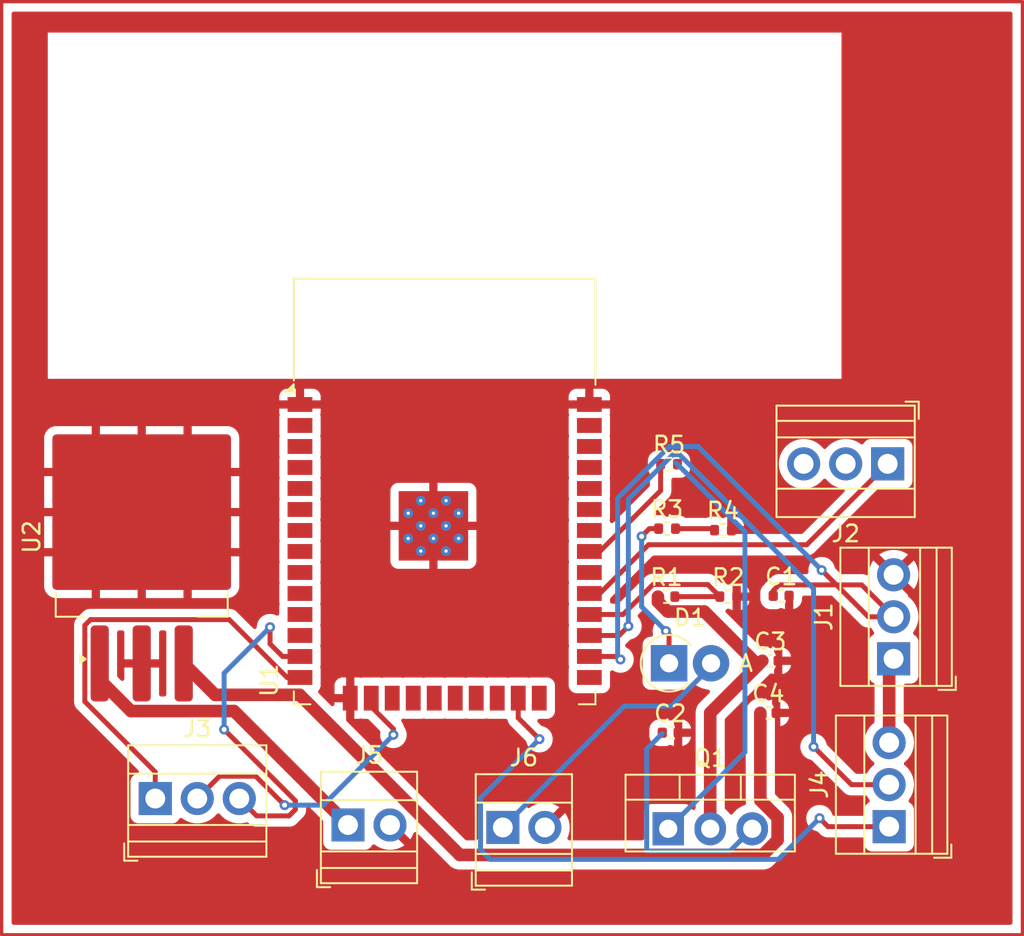
<source format=kicad_pcb>
(kicad_pcb (version 20240108) (generator "pcbnew") (generator_version "8.0")
  (layers (0 "F.Cu" signal) (31 "B.Cu" signal) (34 "B.Paste" user) (35 "F.Paste" user) (36 "B.SilkS" user "B.Silkscreen") (37 "F.SilkS" user "F.Silkscreen") (38 "B.Mask" user) (39 "F.Mask" user) (44 "Edge.Cuts" user))
  (net 0 "")
  (net 1 "GND")
  (net 2 "Ajuste de velocidad")
  (net 3 "Net-(D1-K)")
  (net 4 "+36V")
  (net 5 "+5V")
  (net 6 "Net-(D1-A)")
  (net 7 "+3.3V")
  (net 9 "ON_OFF_VAR")
  (net 11 "Led-Rojo")
  (net 12 "Led-Verde")
  (net 13 "Led-Amarillo")
  (net 14 "Boton2")
  (net 15 "Boton1")
  (net 16 "Net-(Q1-B)")
  (net 17 "MEDICION_BATERIA")
  (net 18 "Detecion_cargador")
  (net 19 "Activacion_carga")
  (net 28 "VDD")
  (footprint "Resistor_SMD:R_0402_1005Metric" (layer "F.Cu") (at 144.21 86.77)
    (property "Reference" "R1" (at 0 -1.17 0) (layer "F.SilkS"))
    (property "Value" "120")
    (fp_line (start -0.153641 -0.38) (end 0.153641 -0.38) (stroke (width 0.12)) (layer "F.SilkS"))
    (fp_line (start -0.153641 0.38) (end 0.153641 0.38) (stroke (width 0.12)) (layer "F.SilkS"))
    (pad "1" smd roundrect (at -0.51 0) (size 0.54 0.64) (layers "F.Cu" "F.Paste" "F.Mask") (net 4 "+36V"))
    (pad "2" smd roundrect (at 0.51 0) (size 0.54 0.64) (layers "F.Cu" "F.Paste" "F.Mask") (net 17 "MEDICION_BATERIA"))
  )
  (footprint "Capacitor_SMD:C_0402_1005Metric" (layer "F.Cu") (at 150.49 90.65)
    (property "Reference" "C3" (at 0 -1.16 0) (layer "F.SilkS"))
    (property "Value" "0.1u")
    (fp_line (start -0.107836 -0.36) (end 0.107836 -0.36) (stroke (width 0.12)) (layer "F.SilkS"))
    (fp_line (start -0.107836 0.36) (end 0.107836 0.36) (stroke (width 0.12)) (layer "F.SilkS"))
    (pad "1" smd roundrect (at -0.48 0) (size 0.56 0.62) (layers "F.Cu" "F.Paste" "F.Mask") (net 4 "+36V"))
    (pad "2" smd roundrect (at 0.48 0) (size 0.56 0.62) (layers "F.Cu" "F.Paste" "F.Mask") (net 1 "GND"))
  )
  (footprint "TerminalBlock:TerminalBlock_Xinya_XY308-2.54-3P_1x03_P2.54mm_Horizontal" (layer "F.Cu") (at 157.95 90.53 90)
    (property "Reference" "J1" (at 2.54 -4.22 90) (layer "F.SilkS"))
    (property "Value" "Screw_Terminal_01x03")
    (fp_line (start 6.721 -3.22) (end 6.721 3.52) (stroke (width 0.12)) (layer "F.SilkS"))
    (fp_line (start -1.64 -3.22) (end 6.721 -3.22) (stroke (width 0.12)) (layer "F.SilkS"))
    (fp_line (start -1.64 -3.22) (end -1.64 3.52) (stroke (width 0.12)) (layer "F.SilkS"))
    (fp_line (start -1.64 -1.501) (end 6.721 -1.501) (stroke (width 0.12)) (layer "F.SilkS"))
    (fp_line (start -1.64 1.6) (end 6.721 1.6) (stroke (width 0.12)) (layer "F.SilkS"))
    (fp_line (start -1.64 2.6) (end 6.721 2.6) (stroke (width 0.12)) (layer "F.SilkS"))
    (fp_line (start -1.88 2.72) (end -1.88 3.76) (stroke (width 0.12)) (layer "F.SilkS"))
    (fp_line (start -1.64 3.52) (end 6.721 3.52) (stroke (width 0.12)) (layer "F.SilkS"))
    (fp_line (start -1.88 3.76) (end -1.08 3.76) (stroke (width 0.12)) (layer "F.SilkS"))
    (pad "1" thru_hole rect (at 0 0 90) (size 2 2) (drill 1.2) (layers "*.Cu" "*.Mask") (net 7 "+3.3V"))
    (pad "2" thru_hole circle (at 2.54 0 90) (size 2 2) (drill 1.2) (layers "*.Cu" "*.Mask") (net 2 "Ajuste de velocidad"))
    (pad "3" thru_hole circle (at 5.08 0 90) (size 2 2) (drill 1.2) (layers "*.Cu" "*.Mask") (net 1 "GND"))
  )
  (footprint "Capacitor_SMD:C_0402_1005Metric" (layer "F.Cu") (at 144.44 95)
    (property "Reference" "C2" (at 0 -1.16 0) (layer "F.SilkS"))
    (property "Value" "0.1u")
    (fp_line (start -0.107836 -0.36) (end 0.107836 -0.36) (stroke (width 0.12)) (layer "F.SilkS"))
    (fp_line (start -0.107836 0.36) (end 0.107836 0.36) (stroke (width 0.12)) (layer "F.SilkS"))
    (pad "1" smd roundrect (at -0.48 0) (size 0.56 0.62) (layers "F.Cu" "F.Paste" "F.Mask") (net 3 "Net-(D1-K)"))
    (pad "2" smd roundrect (at 0.48 0) (size 0.56 0.62) (layers "F.Cu" "F.Paste" "F.Mask") (net 1 "GND"))
  )
  (footprint "Resistor_SMD:R_0402_1005Metric" (layer "F.Cu") (at 147.63 82.75)
    (property "Reference" "R4" (at 0 -1.17 0) (layer "F.SilkS"))
    (property "Value" "120")
    (fp_line (start -0.153641 -0.38) (end 0.153641 -0.38) (stroke (width 0.12)) (layer "F.SilkS"))
    (fp_line (start -0.153641 0.38) (end 0.153641 0.38) (stroke (width 0.12)) (layer "F.SilkS"))
    (pad "1" smd roundrect (at -0.51 0) (size 0.54 0.64) (layers "F.Cu" "F.Paste" "F.Mask") (net 18 "Detecion_cargador"))
    (pad "2" smd roundrect (at 0.51 0) (size 0.54 0.64) (layers "F.Cu" "F.Paste" "F.Mask") (net 1 "GND"))
  )
  (footprint "TerminalBlock:TerminalBlock_Xinya_XY308-2.54-3P_1x03_P2.54mm_Horizontal" (layer "F.Cu") (at 157.59 78.74 180)
    (property "Reference" "J2" (at 2.54 -4.22 0) (layer "F.SilkS"))
    (property "Value" "Screw_Terminal_01x03")
    (fp_line (start 6.721 -3.22) (end 6.721 3.52) (stroke (width 0.12)) (layer "F.SilkS"))
    (fp_line (start -1.64 3.52) (end 6.721 3.52) (stroke (width 0.12)) (layer "F.SilkS"))
    (fp_line (start -1.64 2.6) (end 6.721 2.6) (stroke (width 0.12)) (layer "F.SilkS"))
    (fp_line (start -1.64 1.6) (end 6.721 1.6) (stroke (width 0.12)) (layer "F.SilkS"))
    (fp_line (start -1.64 -1.501) (end 6.721 -1.501) (stroke (width 0.12)) (layer "F.SilkS"))
    (fp_line (start -1.64 -3.22) (end 6.721 -3.22) (stroke (width 0.12)) (layer "F.SilkS"))
    (fp_line (start -1.64 -3.22) (end -1.64 3.52) (stroke (width 0.12)) (layer "F.SilkS"))
    (fp_line (start -1.88 3.76) (end -1.08 3.76) (stroke (width 0.12)) (layer "F.SilkS"))
    (fp_line (start -1.88 2.72) (end -1.88 3.76) (stroke (width 0.12)) (layer "F.SilkS"))
    (pad "1" thru_hole rect (at 0 0 180) (size 2 2) (drill 1.2) (layers "*.Cu" "*.Mask") (net 9 "ON_OFF_VAR"))
    (pad "2" thru_hole circle (at 2.54 0 180) (size 2 2) (drill 1.2) (layers "*.Cu" "*.Mask"))
    (pad "3" thru_hole circle (at 5.08 0 180) (size 2 2) (drill 1.2) (layers "*.Cu" "*.Mask"))
  )
  (footprint "TerminalBlock:TerminalBlock_Xinya_XY308-2.54-2P_1x02_P2.54mm_Horizontal" (layer "F.Cu") (at 134.32 100.73)
    (property "Reference" "J6" (at 1.27 -4.22 0) (layer "F.SilkS"))
    (property "Value" "Screw_Terminal_01x02")
    (fp_line (start -1.88 2.72) (end -1.88 3.76) (stroke (width 0.12)) (layer "F.SilkS"))
    (fp_line (start -1.88 3.76) (end -1.08 3.76) (stroke (width 0.12)) (layer "F.SilkS"))
    (fp_line (start -1.64 -3.22) (end -1.64 3.52) (stroke (width 0.12)) (layer "F.SilkS"))
    (fp_line (start -1.64 -3.22) (end 4.18 -3.22) (stroke (width 0.12)) (layer "F.SilkS"))
    (fp_line (start -1.64 -1.501) (end 4.18 -1.501) (stroke (width 0.12)) (layer "F.SilkS"))
    (fp_line (start -1.64 1.6) (end 4.18 1.6) (stroke (width 0.12)) (layer "F.SilkS"))
    (fp_line (start -1.64 2.6) (end 4.18 2.6) (stroke (width 0.12)) (layer "F.SilkS"))
    (fp_line (start -1.64 3.52) (end 4.18 3.52) (stroke (width 0.12)) (layer "F.SilkS"))
    (fp_line (start 4.18 -3.22) (end 4.18 3.52) (stroke (width 0.12)) (layer "F.SilkS"))
    (pad "1" thru_hole rect (at 0 0) (size 2 2) (drill 1.2) (layers "*.Cu" "*.Mask") (net 6 "Net-(D1-A)"))
    (pad "2" thru_hole circle (at 2.54 0) (size 2 2) (drill 1.2) (layers "*.Cu" "*.Mask") (net 1 "GND"))
  )
  (footprint "Resistor_SMD:R_0402_1005Metric" (layer "F.Cu") (at 144.37 78.76)
    (property "Reference" "R5" (at 0 -1.17 0) (layer "F.SilkS"))
    (property "Value" "120")
    (fp_line (start -0.153641 -0.38) (end 0.153641 -0.38) (stroke (width 0.12)) (layer "F.SilkS"))
    (fp_line (start -0.153641 0.38) (end 0.153641 0.38) (stroke (width 0.12)) (layer "F.SilkS"))
    (pad "1" smd roundrect (at -0.51 0) (size 0.54 0.64) (layers "F.Cu" "F.Paste" "F.Mask") (net 19 "Activacion_carga"))
    (pad "2" smd roundrect (at 0.51 0) (size 0.54 0.64) (layers "F.Cu" "F.Paste" "F.Mask") (net 16 "Net-(Q1-B)"))
  )
  (footprint "Capacitor_SMD:C_0402_1005Metric" (layer "F.Cu") (at 151.15 86.72)
    (property "Reference" "C1" (at 0 -1.16 0) (layer "F.SilkS"))
    (property "Value" "0.1u")
    (fp_line (start -0.107836 -0.36) (end 0.107836 -0.36) (stroke (width 0.12)) (layer "F.SilkS"))
    (fp_line (start -0.107836 0.36) (end 0.107836 0.36) (stroke (width 0.12)) (layer "F.SilkS"))
    (pad "1" smd roundrect (at -0.48 0) (size 0.56 0.62) (layers "F.Cu" "F.Paste" "F.Mask") (net 2 "Ajuste de velocidad"))
    (pad "2" smd roundrect (at 0.48 0) (size 0.56 0.62) (layers "F.Cu" "F.Paste" "F.Mask") (net 1 "GND"))
  )
  (footprint "TerminalBlock:TerminalBlock_Xinya_XY308-2.54-2P_1x02_P2.54mm_Horizontal" (layer "F.Cu") (at 124.955 100.58)
    (property "Reference" "J5" (at 1.27 -4.22 0) (layer "F.SilkS"))
    (property "Value" "Screw_Terminal_01x02")
    (fp_line (start -1.88 2.72) (end -1.88 3.76) (stroke (width 0.12)) (layer "F.SilkS"))
    (fp_line (start -1.88 3.76) (end -1.08 3.76) (stroke (width 0.12)) (layer "F.SilkS"))
    (fp_line (start -1.64 -3.22) (end -1.64 3.52) (stroke (width 0.12)) (layer "F.SilkS"))
    (fp_line (start -1.64 -3.22) (end 4.18 -3.22) (stroke (width 0.12)) (layer "F.SilkS"))
    (fp_line (start -1.64 -1.501) (end 4.18 -1.501) (stroke (width 0.12)) (layer "F.SilkS"))
    (fp_line (start -1.64 1.6) (end 4.18 1.6) (stroke (width 0.12)) (layer "F.SilkS"))
    (fp_line (start -1.64 2.6) (end 4.18 2.6) (stroke (width 0.12)) (layer "F.SilkS"))
    (fp_line (start -1.64 3.52) (end 4.18 3.52) (stroke (width 0.12)) (layer "F.SilkS"))
    (fp_line (start 4.18 -3.22) (end 4.18 3.52) (stroke (width 0.12)) (layer "F.SilkS"))
    (pad "1" thru_hole rect (at 0 0) (size 2 2) (drill 1.2) (layers "*.Cu" "*.Mask") (net 4 "+36V"))
    (pad "2" thru_hole circle (at 2.54 0) (size 2 2) (drill 1.2) (layers "*.Cu" "*.Mask") (net 1 "GND"))
  )
  (footprint "Capacitor_SMD:C_0402_1005Metric" (layer "F.Cu") (at 150.37 93.8)
    (property "Reference" "C4" (at 0 -1.16 0) (layer "F.SilkS"))
    (property "Value" "0.1u")
    (fp_line (start -0.107836 -0.36) (end 0.107836 -0.36) (stroke (width 0.12)) (layer "F.SilkS"))
    (fp_line (start -0.107836 0.36) (end 0.107836 0.36) (stroke (width 0.12)) (layer "F.SilkS"))
    (pad "1" smd roundrect (at -0.48 0) (size 0.56 0.62) (layers "F.Cu" "F.Paste" "F.Mask") (net 5 "+5V"))
    (pad "2" smd roundrect (at 0.48 0) (size 0.56 0.62) (layers "F.Cu" "F.Paste" "F.Mask") (net 1 "GND"))
  )
  (footprint "Package_TO_SOT_THT:TO-220-3_Vertical" (layer "F.Cu") (at 144.32 100.81)
    (property "Reference" "Q1" (at 2.54 -4.27 0) (layer "F.SilkS"))
    (property "Value" "TIP42")
    (fp_line (start -2.58 -3.27) (end -2.58 1.371) (stroke (width 0.12)) (layer "F.SilkS"))
    (fp_line (start -2.58 -3.27) (end 7.66 -3.27) (stroke (width 0.12)) (layer "F.SilkS"))
    (fp_line (start -2.58 -1.76) (end 7.66 -1.76) (stroke (width 0.12)) (layer "F.SilkS"))
    (fp_line (start -2.58 1.371) (end 7.66 1.371) (stroke (width 0.12)) (layer "F.SilkS"))
    (fp_line (start 0.69 -3.27) (end 0.69 -1.76) (stroke (width 0.12)) (layer "F.SilkS"))
    (fp_line (start 4.391 -3.27) (end 4.391 -1.76) (stroke (width 0.12)) (layer "F.SilkS"))
    (fp_line (start 7.66 -3.27) (end 7.66 1.371) (stroke (width 0.12)) (layer "F.SilkS"))
    (pad "1" thru_hole rect (at 0 0) (size 1.905 2) (drill 1.1) (layers "*.Cu" "*.Mask") (net 16 "Net-(Q1-B)"))
    (pad "2" thru_hole oval (at 2.54 0) (size 1.905 2) (drill 1.1) (layers "*.Cu" "*.Mask") (net 4 "+36V"))
    (pad "3" thru_hole oval (at 5.08 0) (size 1.905 2) (drill 1.1) (layers "*.Cu" "*.Mask") (net 3 "Net-(D1-K)"))
  )
  (footprint "TerminalBlock:TerminalBlock_Xinya_XY308-2.54-3P_1x03_P2.54mm_Horizontal" (layer "F.Cu") (at 113.3 98.98)
    (property "Reference" "J3" (at 2.54 -4.22 0) (layer "F.SilkS"))
    (property "Value" "Screw_Terminal_01x03")
    (fp_line (start -1.88 2.72) (end -1.88 3.76) (stroke (width 0.12)) (layer "F.SilkS"))
    (fp_line (start -1.88 3.76) (end -1.08 3.76) (stroke (width 0.12)) (layer "F.SilkS"))
    (fp_line (start -1.64 -3.22) (end -1.64 3.52) (stroke (width 0.12)) (layer "F.SilkS"))
    (fp_line (start -1.64 -3.22) (end 6.721 -3.22) (stroke (width 0.12)) (layer "F.SilkS"))
    (fp_line (start -1.64 -1.501) (end 6.721 -1.501) (stroke (width 0.12)) (layer "F.SilkS"))
    (fp_line (start -1.64 1.6) (end 6.721 1.6) (stroke (width 0.12)) (layer "F.SilkS"))
    (fp_line (start -1.64 2.6) (end 6.721 2.6) (stroke (width 0.12)) (layer "F.SilkS"))
    (fp_line (start -1.64 3.52) (end 6.721 3.52) (stroke (width 0.12)) (layer "F.SilkS"))
    (fp_line (start 6.721 -3.22) (end 6.721 3.52) (stroke (width 0.12)) (layer "F.SilkS"))
    (pad "1" thru_hole rect (at 0 0) (size 2 2) (drill 1.2) (layers "*.Cu" "*.Mask") (net 11 "Led-Rojo"))
    (pad "2" thru_hole circle (at 2.54 0) (size 2 2) (drill 1.2) (layers "*.Cu" "*.Mask") (net 13 "Led-Amarillo"))
    (pad "3" thru_hole circle (at 5.08 0) (size 2 2) (drill 1.2) (layers "*.Cu" "*.Mask") (net 12 "Led-Verde"))
  )
  (footprint "Package_TO_SOT_SMD:TO-263-3_TabPin2" (layer "F.Cu") (at 112.48 83.16 90)
    (property "Reference" "U2" (at 0 -6.65 90) (layer "F.SilkS"))
    (property "Value" "L7805")
    (fp_line (start -3.325 -5.2) (end -4.825 -5.2) (stroke (width 0.12)) (layer "F.SilkS"))
    (fp_line (start -4.825 -5.2) (end -4.825 -3.39) (stroke (width 0.12)) (layer "F.SilkS"))
    (fp_line (start -3.325 5.2) (end -4.825 5.2) (stroke (width 0.12)) (layer "F.SilkS"))
    (fp_line (start -4.825 5.2) (end -4.825 3.39) (stroke (width 0.12)) (layer "F.SilkS"))
    (fp_poly (pts (xy -7.3875 -3.39) (xy -7.6275 -3.72) (xy -7.1475 -3.72) (xy -7.3875 -3.39)) (stroke (width 0.12)) (fill solid) (layer "F.SilkS"))
    (pad "1" smd roundrect (at -7.65 -2.54 90) (size 4.6 1.1) (layers "F.Cu" "F.Paste" "F.Mask") (roundrect_rratio 0.227273) (net 4 "+36V"))
    (pad "2" smd roundrect (at -7.65 0 90) (size 4.6 1.1) (layers "F.Cu" "F.Paste" "F.Mask") (roundrect_rratio 0.227273) (net 1 "GND"))
    (pad "2" smd roundrect (at -0.925 -2.775 90) (size 4.55 5.25) (layers "F.Cu" "F.Paste") (roundrect_rratio 0.054945) (net 1 "GND"))
    (pad "2" smd roundrect (at -0.925 2.775 90) (size 4.55 5.25) (layers "F.Cu" "F.Paste") (roundrect_rratio 0.054945) (net 1 "GND"))
    (pad "2" smd roundrect (at 1.5 0 90) (size 9.4 10.8) (layers "F.Cu" "F.Mask") (roundrect_rratio 0.026596) (net 1 "GND"))
    (pad "2" smd roundrect (at 3.925 -2.775 90) (size 4.55 5.25) (layers "F.Cu" "F.Paste") (roundrect_rratio 0.054945) (net 1 "GND"))
    (pad "2" smd roundrect (at 3.925 2.775 90) (size 4.55 5.25) (layers "F.Cu" "F.Paste") (roundrect_rratio 0.054945) (net 1 "GND"))
    (pad "3" smd roundrect (at -7.65 2.54 90) (size 4.6 1.1) (layers "F.Cu" "F.Paste" "F.Mask") (roundrect_rratio 0.227273) (net 5 "+5V"))
  )
  (footprint "TerminalBlock:TerminalBlock_Xinya_XY308-2.54-3P_1x03_P2.54mm_Horizontal" (layer "F.Cu") (at 157.68 100.68 90)
    (property "Reference" "J4" (at 2.54 -4.22 90) (layer "F.SilkS"))
    (property "Value" "Screw_Terminal_01x03")
    (fp_line (start 6.721 -3.22) (end 6.721 3.52) (stroke (width 0.12)) (layer "F.SilkS"))
    (fp_line (start -1.64 -3.22) (end 6.721 -3.22) (stroke (width 0.12)) (layer "F.SilkS"))
    (fp_line (start -1.64 -3.22) (end -1.64 3.52) (stroke (width 0.12)) (layer "F.SilkS"))
    (fp_line (start -1.64 -1.501) (end 6.721 -1.501) (stroke (width 0.12)) (layer "F.SilkS"))
    (fp_line (start -1.64 1.6) (end 6.721 1.6) (stroke (width 0.12)) (layer "F.SilkS"))
    (fp_line (start -1.64 2.6) (end 6.721 2.6) (stroke (width 0.12)) (layer "F.SilkS"))
    (fp_line (start -1.88 2.72) (end -1.88 3.76) (stroke (width 0.12)) (layer "F.SilkS"))
    (fp_line (start -1.64 3.52) (end 6.721 3.52) (stroke (width 0.12)) (layer "F.SilkS"))
    (fp_line (start -1.88 3.76) (end -1.08 3.76) (stroke (width 0.12)) (layer "F.SilkS"))
    (pad "1" thru_hole rect (at 0 0 90) (size 2 2) (drill 1.2) (layers "*.Cu" "*.Mask") (net 15 "Boton1"))
    (pad "2" thru_hole circle (at 2.54 0 90) (size 2 2) (drill 1.2) (layers "*.Cu" "*.Mask") (net 14 "Boton2"))
    (pad "3" thru_hole circle (at 5.08 0 90) (size 2 2) (drill 1.2) (layers "*.Cu" "*.Mask") (net 7 "+3.3V"))
  )
  (footprint "Diode_THT:D_DO-41_SOD81_P2.54mm_Vertical_AnodeUp" (layer "F.Cu") (at 144.37 90.8)
    (property "Reference" "D1" (at 1.27 -2.750635 0) (layer "F.SilkS"))
    (property "Value" "1N4007")
    (fp_arc (start 1.251551 1.167366) (mid -1.710877 -0.044974) (end 1.311153 -1.1) (stroke (width 0.12)) (layer "F.SilkS"))
    (fp_text user "A" (at 4.64 0 0) (layer "F.SilkS"))
    (pad "1" thru_hole rect (at 0 0) (size 2.2 2.2) (drill 1.1) (layers "*.Cu" "*.Mask") (net 3 "Net-(D1-K)"))
    (pad "2" thru_hole oval (at 2.54 0) (size 2.2 2.2) (drill 1.1) (layers "*.Cu" "*.Mask") (net 6 "Net-(D1-A)"))
  )
  (footprint "Resistor_SMD:R_0402_1005Metric" (layer "F.Cu") (at 144.25 82.66)
    (property "Reference" "R3" (at 0 -1.17 0) (layer "F.SilkS"))
    (property "Value" "120")
    (fp_line (start -0.153641 -0.38) (end 0.153641 -0.38) (stroke (width 0.12)) (layer "F.SilkS"))
    (fp_line (start -0.153641 0.38) (end 0.153641 0.38) (stroke (width 0.12)) (layer "F.SilkS"))
    (pad "1" smd roundrect (at -0.51 0) (size 0.54 0.64) (layers "F.Cu" "F.Paste" "F.Mask") (net 3 "Net-(D1-K)"))
    (pad "2" smd roundrect (at 0.51 0) (size 0.54 0.64) (layers "F.Cu" "F.Paste" "F.Mask") (net 18 "Detecion_cargador"))
  )
  (footprint "Resistor_SMD:R_0402_1005Metric" (layer "F.Cu") (at 147.95 86.77)
    (property "Reference" "R2" (at 0 -1.17 0) (layer "F.SilkS"))
    (property "Value" "120")
    (fp_line (start -0.153641 -0.38) (end 0.153641 -0.38) (stroke (width 0.12)) (layer "F.SilkS"))
    (fp_line (start -0.153641 0.38) (end 0.153641 0.38) (stroke (width 0.12)) (layer "F.SilkS"))
    (pad "1" smd roundrect (at -0.51 0) (size 0.54 0.64) (layers "F.Cu" "F.Paste" "F.Mask") (net 17 "MEDICION_BATERIA"))
    (pad "2" smd roundrect (at 0.51 0) (size 0.54 0.64) (layers "F.Cu" "F.Paste" "F.Mask") (net 1 "GND"))
  )
  (footprint "RF_Module:ESP32-WROOM-32" (layer "F.Cu") (at 130.8 83.4)
    (property "Reference" "U1" (at -10.61 8.43 90) (layer "F.SilkS"))
    (property "Value" "ESP32-WROOM-32")
    (fp_line (start -9.12 -15.86) (end -9.12 -9.7) (stroke (width 0.12)) (layer "F.SilkS"))
    (fp_line (start -9.12 -15.86) (end 9.12 -15.86) (stroke (width 0.12)) (layer "F.SilkS"))
    (fp_line (start -9.12 9.1) (end -9.12 9.88) (stroke (width 0.12)) (layer "F.SilkS"))
    (fp_line (start -9.12 9.88) (end -8.12 9.88) (stroke (width 0.12)) (layer "F.SilkS"))
    (fp_line (start 9.12 -15.86) (end 9.12 -9.445) (stroke (width 0.12)) (layer "F.SilkS"))
    (fp_line (start 9.12 9.1) (end 9.12 9.88) (stroke (width 0.12)) (layer "F.SilkS"))
    (fp_line (start 9.12 9.88) (end 8.12 9.88) (stroke (width 0.12)) (layer "F.SilkS"))
    (fp_poly (pts (xy -9.125 -8.975) (xy -9.625 -8.975) (xy -9.125 -9.475) (xy -9.125 -8.975)) (stroke (width 0.12)) (fill solid) (layer "F.SilkS"))
    (pad "1" smd rect (at -8.75 -8.25) (size 1.5 0.9) (layers "F.Cu" "F.Paste" "F.Mask") (net 1 "GND"))
    (pad "2" smd rect (at -8.75 -6.98) (size 1.5 0.9) (layers "F.Cu" "F.Paste" "F.Mask") (net 28 "VDD"))
    (pad "3" smd rect (at -8.75 -5.71) (size 1.5 0.9) (layers "F.Cu" "F.Paste" "F.Mask"))
    (pad "4" smd rect (at -8.75 -4.44) (size 1.5 0.9) (layers "F.Cu" "F.Paste" "F.Mask"))
    (pad "5" smd rect (at -8.75 -3.17) (size 1.5 0.9) (layers "F.Cu" "F.Paste" "F.Mask"))
    (pad "6" smd rect (at -8.75 -1.9) (size 1.5 0.9) (layers "F.Cu" "F.Paste" "F.Mask"))
    (pad "7" smd rect (at -8.75 -0.63) (size 1.5 0.9) (layers "F.Cu" "F.Paste" "F.Mask"))
    (pad "8" smd rect (at -8.75 0.64) (size 1.5 0.9) (layers "F.Cu" "F.Paste" "F.Mask"))
    (pad "9" smd rect (at -8.75 1.91) (size 1.5 0.9) (layers "F.Cu" "F.Paste" "F.Mask"))
    (pad "10" smd rect (at -8.75 3.18) (size 1.5 0.9) (layers "F.Cu" "F.Paste" "F.Mask"))
    (pad "11" smd rect (at -8.75 4.45) (size 1.5 0.9) (layers "F.Cu" "F.Paste" "F.Mask"))
    (pad "12" smd rect (at -8.75 5.72) (size 1.5 0.9) (layers "F.Cu" "F.Paste" "F.Mask"))
    (pad "13" smd rect (at -8.75 6.99) (size 1.5 0.9) (layers "F.Cu" "F.Paste" "F.Mask") (net 12 "Led-Verde"))
    (pad "14" smd rect (at -8.75 8.26) (size 1.5 0.9) (layers "F.Cu" "F.Paste" "F.Mask") (net 11 "Led-Rojo"))
    (pad "15" smd rect (at -5.71 9.51 90) (size 1.5 0.9) (layers "F.Cu" "F.Paste" "F.Mask") (net 1 "GND"))
    (pad "16" smd rect (at -4.44 9.51 90) (size 1.5 0.9) (layers "F.Cu" "F.Paste" "F.Mask") (net 13 "Led-Amarillo"))
    (pad "17" smd rect (at -3.17 9.51 90) (size 1.5 0.9) (layers "F.Cu" "F.Paste" "F.Mask"))
    (pad "18" smd rect (at -1.9 9.51 90) (size 1.5 0.9) (layers "F.Cu" "F.Paste" "F.Mask"))
    (pad "19" smd rect (at -0.63 9.51 90) (size 1.5 0.9) (layers "F.Cu" "F.Paste" "F.Mask"))
    (pad "20" smd rect (at 0.64 9.51 90) (size 1.5 0.9) (layers "F.Cu" "F.Paste" "F.Mask"))
    (pad "21" smd rect (at 1.91 9.51 90) (size 1.5 0.9) (layers "F.Cu" "F.Paste" "F.Mask"))
    (pad "22" smd rect (at 3.18 9.51 90) (size 1.5 0.9) (layers "F.Cu" "F.Paste" "F.Mask"))
    (pad "23" smd rect (at 4.45 9.51 90) (size 1.5 0.9) (layers "F.Cu" "F.Paste" "F.Mask") (net 15 "Boton1"))
    (pad "24" smd rect (at 5.72 9.51 90) (size 1.5 0.9) (layers "F.Cu" "F.Paste" "F.Mask"))
    (pad "25" smd rect (at 8.75 8.26) (size 1.5 0.9) (layers "F.Cu" "F.Paste" "F.Mask"))
    (pad "26" smd rect (at 8.75 6.99) (size 1.5 0.9) (layers "F.Cu" "F.Paste" "F.Mask") (net 2 "Ajuste de velocidad"))
    (pad "27" smd rect (at 8.75 5.72) (size 1.5 0.9) (layers "F.Cu" "F.Paste" "F.Mask") (net 14 "Boton2"))
    (pad "28" smd rect (at 8.75 4.45) (size 1.5 0.9) (layers "F.Cu" "F.Paste" "F.Mask") (net 17 "MEDICION_BATERIA"))
    (pad "29" smd rect (at 8.75 3.18) (size 1.5 0.9) (layers "F.Cu" "F.Paste" "F.Mask") (net 9 "ON_OFF_VAR"))
    (pad "30" smd rect (at 8.75 1.91) (size 1.5 0.9) (layers "F.Cu" "F.Paste" "F.Mask") (net 18 "Detecion_cargador"))
    (pad "31" smd rect (at 8.75 0.64) (size 1.5 0.9) (layers "F.Cu" "F.Paste" "F.Mask") (net 19 "Activacion_carga"))
    (pad "32" smd rect (at 8.75 -0.63) (size 1.5 0.9) (layers "F.Cu" "F.Paste" "F.Mask"))
    (pad "33" smd rect (at 8.75 -1.9) (size 1.5 0.9) (layers "F.Cu" "F.Paste" "F.Mask"))
    (pad "34" smd rect (at 8.75 -3.17) (size 1.5 0.9) (layers "F.Cu" "F.Paste" "F.Mask"))
    (pad "35" smd rect (at 8.75 -4.44) (size 1.5 0.9) (layers "F.Cu" "F.Paste" "F.Mask"))
    (pad "36" smd rect (at 8.75 -5.71) (size 1.5 0.9) (layers "F.Cu" "F.Paste" "F.Mask"))
    (pad "37" smd rect (at 8.75 -6.98) (size 1.5 0.9) (layers "F.Cu" "F.Paste" "F.Mask"))
    (pad "38" smd rect (at 8.75 -8.25) (size 1.5 0.9) (layers "F.Cu" "F.Paste" "F.Mask") (net 1 "GND"))
    (pad "39" smd rect (at -2.205 -2.435) (size 1.05 1.05) (layers "F.Cu" "F.Paste") (net 1 "GND"))
    (pad "39" thru_hole circle (at -2.205 -1.6725) (size 0.6 0.6) (drill 0.2) (property pad_prop_heatsink) (layers "*.Cu" "F.Mask") (net 1 "GND"))
    (pad "39" smd rect (at -2.205 -0.91) (size 1.05 1.05) (layers "F.Cu" "F.Paste") (net 1 "GND"))
    (pad "39" thru_hole circle (at -2.205 -0.1475) (size 0.6 0.6) (drill 0.2) (property pad_prop_heatsink) (layers "*.Cu" "F.Mask") (net 1 "GND"))
    (pad "39" smd rect (at -2.205 0.615) (size 1.05 1.05) (layers "F.Cu" "F.Paste") (net 1 "GND"))
    (pad "39" thru_hole circle (at -1.4425 -2.435) (size 0.6 0.6) (drill 0.2) (property pad_prop_heatsink) (layers "*.Cu" "F.Mask") (net 1 "GND"))
    (pad "39" thru_hole circle (at -1.4425 -0.91) (size 0.6 0.6) (drill 0.2) (property pad_prop_heatsink) (layers "*.Cu" "F.Mask") (net 1 "GND"))
    (pad "39" thru_hole circle (at -1.4425 0.615) (size 0.6 0.6) (drill 0.2) (property pad_prop_heatsink) (layers "*.Cu" "F.Mask") (net 1 "GND"))
    (pad "39" smd rect (at -0.68 -2.435) (size 1.05 1.05) (layers "F.Cu" "F.Paste") (net 1 "GND"))
    (pad "39" thru_hole circle (at -0.68 -1.6725) (size 0.6 0.6) (drill 0.2) (property pad_prop_heatsink) (layers "*.Cu" "F.Mask") (net 1 "GND"))
    (pad "39" smd rect (at -0.68 -0.91) (size 1.05 1.05) (layers "F.Cu" "F.Paste") (net 1 "GND"))
    (pad "39" smd rect (at -0.68 -0.91) (size 4.2 4.2) (layers "F.Cu" "F.Mask") (net 1 "GND"))
    (pad "39" thru_hole circle (at -0.68 -0.1475) (size 0.6 0.6) (drill 0.2) (property pad_prop_heatsink) (layers "*.Cu" "F.Mask") (net 1 "GND"))
    (pad "39" smd rect (at -0.68 0.615) (size 1.05 1.05) (layers "F.Cu" "F.Paste") (net 1 "GND"))
    (pad "39" thru_hole circle (at 0.0825 -2.435) (size 0.6 0.6) (drill 0.2) (property pad_prop_heatsink) (layers "*.Cu" "F.Mask") (net 1 "GND"))
    (pad "39" thru_hole circle (at 0.0825 -0.91) (size 0.6 0.6) (drill 0.2) (property pad_prop_heatsink) (layers "*.Cu" "F.Mask") (net 1 "GND"))
    (pad "39" thru_hole circle (at 0.0825 0.615) (size 0.6 0.6) (drill 0.2) (property pad_prop_heatsink) (layers "*.Cu" "F.Mask") (net 1 "GND"))
    (pad "39" smd rect (at 0.845 -2.435) (size 1.05 1.05) (layers "F.Cu" "F.Paste") (net 1 "GND"))
    (pad "39" thru_hole circle (at 0.845 -1.6725) (size 0.6 0.6) (drill 0.2) (property pad_prop_heatsink) (layers "*.Cu" "F.Mask") (net 1 "GND"))
    (pad "39" smd rect (at 0.845 -0.91) (size 1.05 1.05) (layers "F.Cu" "F.Paste") (net 1 "GND"))
    (pad "39" thru_hole circle (at 0.845 -0.1475) (size 0.6 0.6) (drill 0.2) (property pad_prop_heatsink) (layers "*.Cu" "F.Mask") (net 1 "GND"))
    (pad "39" smd rect (at 0.845 0.615) (size 1.05 1.05) (layers "F.Cu" "F.Paste") (net 1 "GND"))
    (zone (net 0) (net_name "") (layers "F.Cu" "In1.Cu" "B.Cu") (connect_pads (clearance 0)) (min_thickness 0.254)
      (keepout (tracks not_allowed) (vias not_allowed) (pads not_allowed) (copperpour not_allowed) (footprints not_allowed))
      (fill (thermal_gap 0.508) (thermal_bridge_width 0.508))
      (polygon (pts (xy 106.8 73.6) (xy 154.8 73.6) (xy 154.8 52.66) (xy 106.8 52.66)))
    )
  )
  (gr_rect (start 104.01 50.79) (end 165.74 107.22) (stroke (width 0.2)) (fill none) (layer "F.Cu"))
  (segment (start 150.67 86.410001) (end 151.020001 86.06) (width 0.3) (layer "F.Cu") (net 2))
  (segment (start 141.25 90.39) (end 141.43 90.57) (width 0.3) (layer "F.Cu") (net 2))
  (segment (start 156.02 86.06) (end 157.95 87.99) (width 0.3) (layer "F.Cu") (net 2))
  (segment (start 139.55 90.39) (end 141.25 90.39) (width 0.3) (layer "F.Cu") (net 2))
  (segment (start 156.42 87.99) (end 153.6 85.17) (width 0.3) (layer "F.Cu") (net 2))
  (segment (start 151.020001 86.06) (end 156.02 86.06) (width 0.3) (layer "F.Cu") (net 2))
  (segment (start 150.67 86.72) (end 150.67 86.410001) (width 0.3) (layer "F.Cu") (net 2))
  (segment (start 157.95 87.99) (end 156.42 87.99) (width 0.3) (layer "F.Cu") (net 2))
  (via (at 141.43 90.57) (size 0.6) (drill 0.3) (layers "F.Cu" "B.Cu") (net 2))
  (via (at 153.6 85.17) (size 0.6) (drill 0.3) (layers "F.Cu" "B.Cu") (net 2))
  (segment (start 146.12 77.69) (end 144.385787 77.69) (width 0.3) (layer "B.Cu") (net 2))
  (segment (start 144.385787 77.69) (end 141.26 80.815787) (width 0.3) (layer "B.Cu") (net 2))
  (segment (start 141.26 90.4) (end 141.43 90.57) (width 0.3) (layer "B.Cu") (net 2))
  (segment (start 153.6 85.17) (end 146.12 77.69) (width 0.3) (layer "B.Cu") (net 2))
  (segment (start 141.26 80.815787) (end 141.26 90.4) (width 0.3) (layer "B.Cu") (net 2))
  (segment (start 144.37 89.04) (end 144.18 88.85) (width 0.3) (layer "F.Cu") (net 3))
  (segment (start 143.74 82.66) (end 143.18 82.66) (width 0.3) (layer "F.Cu") (net 3))
  (segment (start 143.18 82.66) (end 142.71 83.13) (width 0.3) (layer "F.Cu") (net 3))
  (segment (start 144.37 90.8) (end 144.37 89.04) (width 0.3) (layer "F.Cu") (net 3))
  (segment (start 142.71 83.13) (end 142.67 83.17) (width 0.3) (layer "F.Cu") (net 3))
  (via (at 144.18 88.85) (size 0.6) (drill 0.3) (layers "F.Cu" "B.Cu") (net 3))
  (via (at 142.71 83.13) (size 0.6) (drill 0.3) (layers "F.Cu" "B.Cu") (net 3))
  (segment (start 142.71 83.13) (end 142.71 87.38) (width 0.3) (layer "B.Cu") (net 3))
  (segment (start 143.0175 102.16) (end 143.0175 95.9925) (width 0.3) (layer "B.Cu") (net 3))
  (segment (start 148.05 102.16) (end 143.0175 102.16) (width 0.3) (layer "B.Cu") (net 3))
  (segment (start 149.4 100.81) (end 148.05 102.16) (width 0.3) (layer "B.Cu") (net 3))
  (segment (start 143.0175 95.9925) (end 143.96 95.05) (width 0.3) (layer "B.Cu") (net 3))
  (segment (start 142.71 87.38) (end 144.18 88.85) (width 0.3) (layer "B.Cu") (net 3))
  (segment (start 111.828862 93.691) (end 109.94 91.802138) (width 0.762) (layer "F.Cu") (net 4))
  (segment (start 146.86 93.8) (end 149.745 90.915) (width 0.762) (layer "F.Cu") (net 4))
  (segment (start 143.7 87.086318) (end 143.7 86.77) (width 0.762) (layer "F.Cu") (net 4))
  (segment (start 118.066 93.691) (end 111.828862 93.691) (width 0.762) (layer "F.Cu") (net 4))
  (segment (start 149.745 90.915) (end 150.01 90.65) (width 0.762) (layer "F.Cu") (net 4))
  (segment (start 146.501 87.671) (end 144.284682 87.671) (width 0.762) (layer "F.Cu") (net 4))
  (segment (start 124.955 100.58) (end 118.066 93.691) (width 0.762) (layer "F.Cu") (net 4))
  (segment (start 144.284682 87.671) (end 143.7 87.086318) (width 0.762) (layer "F.Cu") (net 4))
  (segment (start 149.745 90.915) (end 146.501 87.671) (width 0.762) (layer "F.Cu") (net 4))
  (segment (start 146.86 100.81) (end 146.86 93.8) (width 0.762) (layer "F.Cu") (net 4))
  (segment (start 109.94 91.802138) (end 109.94 90.81) (width 0.762) (layer "F.Cu") (net 4))
  (segment (start 131.711 102.391) (end 122.03 92.71) (width 0.762) (layer "F.Cu") (net 5))
  (segment (start 149.89 93.8) (end 149.89 99.083804) (width 0.762) (layer "F.Cu") (net 5))
  (segment (start 150.9335 101.492696) (end 150.035196 102.391) (width 0.762) (layer "F.Cu") (net 5))
  (segment (start 149.89 99.083804) (end 150.9335 100.127304) (width 0.762) (layer "F.Cu") (net 5))
  (segment (start 150.9335 100.127304) (end 150.9335 101.492696) (width 0.762) (layer "F.Cu") (net 5))
  (segment (start 150.035196 102.391) (end 131.711 102.391) (width 0.762) (layer "F.Cu") (net 5))
  (segment (start 116.92 92.71) (end 115.02 90.81) (width 0.762) (layer "F.Cu") (net 5))
  (segment (start 122.03 92.71) (end 116.92 92.71) (width 0.762) (layer "F.Cu") (net 5))
  (segment (start 144.52 93.39) (end 146.91 91) (width 0.3) (layer "B.Cu") (net 6))
  (segment (start 134.32 100.73) (end 141.66 93.39) (width 0.3) (layer "B.Cu") (net 6))
  (segment (start 146.91 91) (end 146.91 90.8) (width 0.3) (layer "B.Cu") (net 6))
  (segment (start 141.66 93.39) (end 144.52 93.39) (width 0.3) (layer "B.Cu") (net 6))
  (segment (start 157.68 90.8) (end 157.95 90.53) (width 0.762) (layer "F.Cu") (net 7))
  (segment (start 157.68 95.6) (end 157.68 90.8) (width 0.762) (layer "F.Cu") (net 7))
  (segment (start 140.18 86.58) (end 139.55 86.58) (width 0.3) (layer "F.Cu") (net 9))
  (segment (start 152.7 83.63) (end 143.13 83.63) (width 0.3) (layer "F.Cu") (net 9))
  (segment (start 143.13 83.63) (end 140.18 86.58) (width 0.3) (layer "F.Cu") (net 9))
  (segment (start 157.59 78.74) (end 152.7 83.63) (width 0.3) (layer "F.Cu") (net 9))
  (segment (start 109.04 93.115456) (end 109.04 88.504544) (width 0.3) (layer "F.Cu") (net 11))
  (segment (start 121.27 91.66) (end 122.05 91.66) (width 0.3) (layer "F.Cu") (net 11))
  (segment (start 109.384544 88.16) (end 117.77 88.16) (width 0.3) (layer "F.Cu") (net 11))
  (segment (start 113.3 97.375456) (end 109.04 93.115456) (width 0.3) (layer "F.Cu") (net 11))
  (segment (start 117.77 88.16) (end 121.27 91.66) (width 0.3) (layer "F.Cu") (net 11))
  (segment (start 109.04 88.504544) (end 109.384544 88.16) (width 0.3) (layer "F.Cu") (net 11))
  (segment (start 113.3 98.98) (end 113.3 97.375456) (width 0.3) (layer "F.Cu") (net 11))
  (segment (start 117.464619 94.80538) (end 117.429239 94.77) (width 0.3) (layer "F.Cu") (net 12))
  (segment (start 121.77 99.649239) (end 121.77 99.110761) (width 0.3) (layer "F.Cu") (net 12))
  (segment (start 118.38 98.98) (end 119.43 100.03) (width 0.3) (layer "F.Cu") (net 12))
  (segment (start 120.24 89.63) (end 120.24 88.62) (width 0.3) (layer "F.Cu") (net 12))
  (segment (start 117.429239 94.77) (end 117.37 94.77) (width 0.3) (layer "F.Cu") (net 12))
  (segment (start 121 90.39) (end 120.24 89.63) (width 0.3) (layer "F.Cu") (net 12))
  (segment (start 117.46462 94.80538) (end 117.464619 94.80538) (width 0.3) (layer "F.Cu") (net 12))
  (segment (start 121.389239 100.03) (end 121.77 99.649239) (width 0.3) (layer "F.Cu") (net 12))
  (segment (start 119.43 100.03) (end 121.389239 100.03) (width 0.3) (layer "F.Cu") (net 12))
  (segment (start 122.05 90.39) (end 121 90.39) (width 0.3) (layer "F.Cu") (net 12))
  (segment (start 121.77 99.110761) (end 117.46462 94.805381) (width 0.3) (layer "F.Cu") (net 12))
  (segment (start 117.46462 94.805381) (end 117.46462 94.80538) (width 0.3) (layer "F.Cu") (net 12))
  (via (at 120.24 88.62) (size 0.6) (drill 0.3) (layers "F.Cu" "B.Cu") (net 12))
  (via (at 117.46462 94.80538) (size 0.6) (drill 0.3) (layers "F.Cu" "B.Cu") (net 12))
  (segment (start 117.46462 91.39538) (end 117.46462 94.80538) (width 0.3) (layer "B.Cu") (net 12))
  (segment (start 120.24 88.62) (end 117.46462 91.39538) (width 0.3) (layer "B.Cu") (net 12))
  (segment (start 117.19 97.63) (end 119.37 97.63) (width 0.3) (layer "F.Cu") (net 13))
  (segment (start 127.7 95.13) (end 127.7 95.16) (width 0.3) (layer "F.Cu") (net 13))
  (segment (start 119.37 97.63) (end 121.12 99.38) (width 0.3) (layer "F.Cu") (net 13))
  (segment (start 115.84 98.98) (end 117.19 97.63) (width 0.3) (layer "F.Cu") (net 13))
  (segment (start 126.36 93.430761) (end 127.7 94.770761) (width 0.3) (layer "F.Cu") (net 13))
  (segment (start 126.36 92.91) (end 126.36 93.430761) (width 0.3) (layer "F.Cu") (net 13))
  (segment (start 127.7 94.770761) (end 127.7 95.13) (width 0.3) (layer "F.Cu") (net 13))
  (segment (start 121.12 99.38) (end 121.17 99.43) (width 0.3) (layer "F.Cu") (net 13))
  (via (at 121.12 99.38) (size 0.6) (drill 0.3) (layers "F.Cu" "B.Cu") (net 13))
  (via (at 127.7 95.13) (size 0.6) (drill 0.3) (layers "F.Cu" "B.Cu") (net 13))
  (segment (start 121.12 99.38) (end 123.45 99.38) (width 0.3) (layer "B.Cu") (net 13))
  (segment (start 123.45 99.38) (end 127.7 95.13) (width 0.3) (layer "B.Cu") (net 13))
  (segment (start 141.35 89.12) (end 141.91 88.56) (width 0.3) (layer "F.Cu") (net 14))
  (segment (start 157.68 98.14) (end 155.4 98.14) (width 0.3) (layer "F.Cu") (net 14))
  (segment (start 139.55 89.12) (end 141.35 89.12) (width 0.3) (layer "F.Cu") (net 14))
  (segment (start 155.4 98.14) (end 153.11 95.85) (width 0.3) (layer "F.Cu") (net 14))
  (via (at 141.91 88.56) (size 0.6) (drill 0.3) (layers "F.Cu" "B.Cu") (net 14))
  (via (at 153.11 95.85) (size 0.6) (drill 0.3) (layers "F.Cu" "B.Cu") (net 14))
  (segment (start 153.11 95.85) (end 153.11 86.292894) (width 0.3) (layer "B.Cu") (net 14))
  (segment (start 144.592894 78.19) (end 141.91 80.872894) (width 0.3) (layer "B.Cu") (net 14))
  (segment (start 141.91 80.872894) (end 141.91 88.56) (width 0.3) (layer "B.Cu") (net 14))
  (segment (start 153.11 86.292894) (end 145.007106 78.19) (width 0.3) (layer "B.Cu") (net 14))
  (segment (start 145.007106 78.19) (end 144.592894 78.19) (width 0.3) (layer "B.Cu") (net 14))
  (segment (start 157.68 100.68) (end 153.98 100.68) (width 0.3) (layer "F.Cu") (net 15))
  (segment (start 153.98 100.68) (end 153.47 100.17) (width 0.3) (layer "F.Cu") (net 15))
  (segment (start 135.25 92.91) (end 135.25 94.11) (width 0.3) (layer "F.Cu") (net 15))
  (segment (start 136.53 95.39) (end 136.55 95.41) (width 0.3) (layer "F.Cu") (net 15))
  (segment (start 135.25 94.11) (end 136.53 95.39) (width 0.3) (layer "F.Cu") (net 15))
  (via (at 136.53 95.39) (size 0.6) (drill 0.3) (layers "F.Cu" "B.Cu") (net 15))
  (via (at 157.68 100.68) (size 0.6) (drill 0.3) (layers "F.Cu" "B.Cu") (net 15))
  (via (at 157.68 100.68) (size 0.6) (drill 0.3) (layers "F.Cu" "B.Cu") (net 15))
  (via (at 153.47 100.17) (size 0.6) (drill 0.3) (layers "F.Cu" "B.Cu") (net 15))
  (segment (start 132.97 102.08) (end 132.97 98.95) (width 0.3) (layer "B.Cu") (net 15))
  (segment (start 153.47 100.17) (end 150.98 102.66) (width 0.3) (layer "B.Cu") (net 15))
  (segment (start 150.98 102.66) (end 133.55 102.66) (width 0.3) (layer "B.Cu") (net 15))
  (segment (start 133.55 102.66) (end 132.97 102.08) (width 0.3) (layer "B.Cu") (net 15))
  (segment (start 132.97 98.95) (end 136.53 95.39) (width 0.3) (layer "B.Cu") (net 15))
  (segment (start 148.96 96.17) (end 148.96 82.85) (width 0.3) (layer "B.Cu") (net 16))
  (segment (start 144.32 100.81) (end 148.96 96.17) (width 0.3) (layer "B.Cu") (net 16))
  (segment (start 148.96 82.85) (end 144.8 78.69) (width 0.3) (layer "B.Cu") (net 16))
  (segment (start 141.58621 87.85) (end 139.55 87.85) (width 0.3) (layer "F.Cu") (net 17))
  (segment (start 144.72 86.77) (end 147.44 86.77) (width 0.3) (layer "F.Cu") (net 17))
  (segment (start 143.39721 86.039) (end 141.58621 87.85) (width 0.3) (layer "F.Cu") (net 17))
  (segment (start 146.709 86.039) (end 143.39721 86.039) (width 0.3) (layer "F.Cu") (net 17))
  (segment (start 147.44 86.77) (end 146.709 86.039) (width 0.3) (layer "F.Cu") (net 17))
  (segment (start 144.76 82.66) (end 147.03 82.66) (width 0.3) (layer "F.Cu") (net 18))
  (segment (start 147.03 82.66) (end 147.12 82.75) (width 0.3) (layer "F.Cu") (net 18))
  (segment (start 140.18 84.04) (end 139.55 84.04) (width 0.3) (layer "F.Cu") (net 19))
  (segment (start 143.86 78.76) (end 143.86 80.36) (width 0.3) (layer "F.Cu") (net 19))
  (segment (start 143.86 80.36) (end 140.18 84.04) (width 0.3) (layer "F.Cu") (net 19))
  (zone (net 1) (net_name "GND") (layer "F.Cu") (connect_pads (clearance 0.5)) (min_thickness 0.25) (fill yes (thermal_gap 0.5) (thermal_bridge_width 0.5))
    (polygon (pts (xy 104.01 50.79) (xy 165.74 50.79) (xy 165.74 107.22) (xy 104.01 107.22)))
  )
)
</source>
